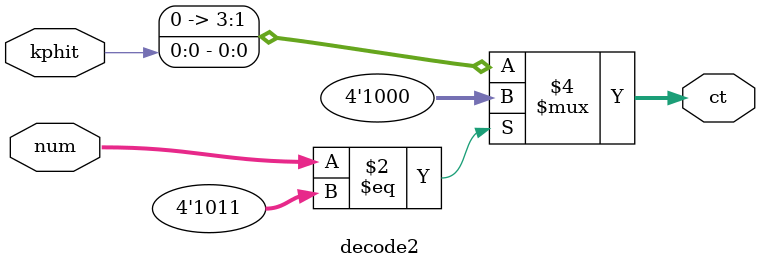
<source format=sv>
module decode2 (input logic [3:0] num,
						input logic kphit,
						output logic [3:0] ct);
						
always_comb
/*
	case (num)	//cases for the input 'digit'
		0 : ct = 4'b0001;	//clock at value 0 will select the right most 7 segment display (ct[0], count bit-0)
		1 : ct = 4'b0010;
		2 : ct = 4'b0100;
		3 : ct = 4'b1000;
	endcase		
*/

		if(num == 11)
			ct = 4'b1000;
		else
			ct = { {3{1'b0}}, kphit };

endmodule
</source>
